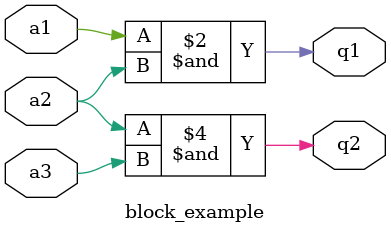
<source format=sv>
`timescale 1ns / 1ps

module block_example(
    input wire a1,
    input wire a2,
    input wire a3,
    output reg q1,
    output reg q2
    );

always begin : first_block //begin first block
q1 <= a1 & a2;
end : first_block  //end of first block (optional but increases readability)

always begin : second_block   //begin second block
q2 <= a2 & a3;
end : second_block  //end of second block
      
endmodule
</source>
